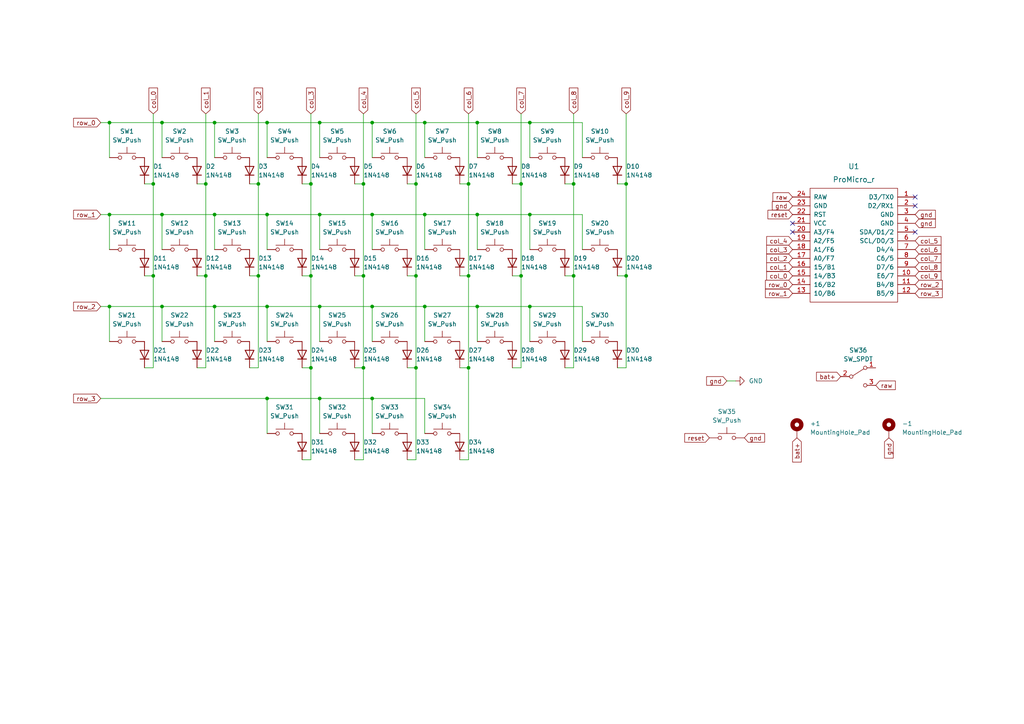
<source format=kicad_sch>
(kicad_sch (version 20250114) (generator "eeschema") (generator_version "9.0")
  (paper "A4")
  (lib_symbols
    (symbol "Diode:1N4148" (pin_numbers (hide yes)) (pin_names (offset 1.016) (hide yes))
      (property "Reference" "D" (at 0 2.54 0))
      (property "Value" "1N4148" (at 0 -2.54 0))
      (symbol "1N4148_0_1"
        (polyline (pts (xy -1.27 1.27) (xy -1.27 -1.27)) (stroke (width 0.254)))
        (polyline (pts (xy 1.27 1.27) (xy 1.27 -1.27) (xy -1.27 0) (xy 1.27 1.27)) (stroke (width 0.254)))
        (polyline (pts (xy 1.27 0) (xy -1.27 0)))
      )
      (symbol "1N4148_1_1"
        (pin passive line (at -3.81 0 0) (length 2.54) (name "K") (number "1"))
        (pin passive line (at 3.81 0 180) (length 2.54) (name "A") (number "2"))
      )
    )
    (symbol "Mechanical:MountingHole_Pad" (pin_numbers (hide yes)) (pin_names (offset 1.016) (hide yes))
      (property "Reference" "H" (at 0 6.35 0))
      (property "Value" "MountingHole_Pad" (at 0 4.445 0))
      (symbol "MountingHole_Pad_0_1"
        (circle (center 0 1.27) (radius 1.27) (stroke (width 1.27)))
      )
      (symbol "MountingHole_Pad_1_1"
        (pin input line (at 0 -2.54 90) (length 2.54) (name "1") (number "1"))
      )
    )
    (symbol "Switch:SW_Push" (pin_numbers (hide yes)) (pin_names (offset 1.016) (hide yes))
      (property "Reference" "SW" (at 1.27 2.54 0))
      (property "Value" "SW_Push" (at 0 -1.524 0))
      (symbol "SW_Push_0_1"
        (circle (center -2.032 0) (radius 0.508))
        (polyline (pts (xy 0 1.27) (xy 0 3.048)))
        (circle (center 2.032 0) (radius 0.508))
        (polyline (pts (xy 2.54 1.27) (xy -2.54 1.27)))
        (pin passive line (at -5.08 0 0) (length 2.54) (name "1") (number "1"))
        (pin passive line (at 5.08 0 180) (length 2.54) (name "2") (number "2"))
      )
    )
    (symbol "Switch:SW_SPDT" (pin_names (offset 0) (hide yes))
      (property "Reference" "SW" (at 0 4.318 0))
      (property "Value" "SW_SPDT" (at 0 -5.08 0))
      (symbol "SW_SPDT_0_0"
        (circle (center -2.032 0) (radius 0.508))
        (circle (center 2.032 -2.54) (radius 0.508))
      )
      (symbol "SW_SPDT_0_1"
        (polyline (pts (xy -1.524 0.254) (xy 1.651 2.286)))
        (circle (center 2.032 2.54) (radius 0.508))
      )
      (symbol "SW_SPDT_1_1"
        (pin passive line (at -5.08 0 0) (length 2.54) (name "B") (number "2"))
        (pin passive line (at 5.08 2.54 180) (length 2.54) (name "A") (number "1"))
        (pin passive line (at 5.08 -2.54 180) (length 2.54) (name "C") (number "3"))
      )
    )
    (symbol "kbd:ProMicro_r" (pin_names (offset 1.016))
      (property "Reference" "U" (at 1.27 22.86 0))
      (property "Value" "ProMicro_r" (at 1.27 -15.24 0))
      (symbol "ProMicro_r_0_1"
        (rectangle (start 13.97 20.32) (end -11.43 -12.7))
      )
      (symbol "ProMicro_r_1_1"
        (pin power_out line (at -16.51 17.78 0) (length 5.08) (name "RAW") (number "24"))
        (pin power_in line (at -16.51 15.24 0) (length 5.08) (name "GND") (number "23"))
        (pin input line (at -16.51 12.7 0) (length 5.08) (name "RST") (number "22"))
        (pin power_in line (at -16.51 10.16 0) (length 5.08) (name "VCC") (number "21"))
        (pin bidirectional line (at -16.51 7.62 0) (length 5.08) (name "A3/F4") (number "20"))
        (pin bidirectional line (at -16.51 5.08 0) (length 5.08) (name "A2/F5") (number "19"))
        (pin bidirectional line (at -16.51 2.54 0) (length 5.08) (name "A1/F6") (number "18"))
        (pin bidirectional line (at -16.51 0 0) (length 5.08) (name "A0/F7") (number "17"))
        (pin bidirectional line (at -16.51 -2.54 0) (length 5.08) (name "15/B1") (number "16"))
        (pin bidirectional line (at -16.51 -5.08 0) (length 5.08) (name "14/B3") (number "15"))
        (pin bidirectional line (at -16.51 -7.62 0) (length 5.08) (name "16/B2") (number "14"))
        (pin bidirectional line (at -16.51 -10.16 0) (length 5.08) (name "10/B6") (number "13"))
        (pin bidirectional line (at 19.05 17.78 180) (length 5.08) (name "D3/TX0") (number "1"))
        (pin bidirectional line (at 19.05 15.24 180) (length 5.08) (name "D2/RX1") (number "2"))
        (pin power_in line (at 19.05 12.7 180) (length 5.08) (name "GND") (number "3"))
        (pin power_in line (at 19.05 10.16 180) (length 5.08) (name "GND") (number "4"))
        (pin bidirectional line (at 19.05 7.62 180) (length 5.08) (name "SDA/D1/2") (number "5"))
        (pin bidirectional line (at 19.05 5.08 180) (length 5.08) (name "SCL/D0/3") (number "6"))
        (pin bidirectional line (at 19.05 2.54 180) (length 5.08) (name "D4/4") (number "7"))
        (pin bidirectional line (at 19.05 0 180) (length 5.08) (name "C6/5") (number "8"))
        (pin bidirectional line (at 19.05 -2.54 180) (length 5.08) (name "D7/6") (number "9"))
        (pin bidirectional line (at 19.05 -5.08 180) (length 5.08) (name "E6/7") (number "10"))
        (pin bidirectional line (at 19.05 -7.62 180) (length 5.08) (name "B4/8") (number "11"))
        (pin bidirectional line (at 19.05 -10.16 180) (length 5.08) (name "B5/9") (number "12"))
      )
    )
    (symbol "power:GND" (power) (pin_names (offset 0))
      (property "Value" "GND" (at 0 -3.81 0))
      (symbol "GND_0_1"
        (polyline (pts (xy 0 0) (xy 0 -1.27) (xy 1.27 -1.27) (xy 0 -2.54) (xy -1.27 -1.27) (xy 0 -1.27)))
      )
      (symbol "GND_1_1"
        (pin power_in line (at 0 0 270) (length 0) (hide yes) (name "GND") (number "1"))
      )
    )
  )
  (junction (at 46.99 62.23))
  (junction (at 62.23 35.56))
  (junction (at 135.89 80.01))
  (junction (at 166.37 53.34))
  (junction (at 138.43 35.56))
  (junction (at 123.19 62.23))
  (junction (at 77.47 62.23))
  (junction (at 153.67 62.23))
  (junction (at 46.99 35.56))
  (junction (at 120.65 80.01))
  (junction (at 138.43 62.23))
  (junction (at 31.75 88.9))
  (junction (at 44.45 80.01))
  (junction (at 107.95 35.56))
  (junction (at 107.95 115.57))
  (junction (at 90.17 53.34))
  (junction (at 105.41 106.68))
  (junction (at 44.45 53.34))
  (junction (at 62.23 62.23))
  (junction (at 181.61 80.01))
  (junction (at 46.99 88.9))
  (junction (at 151.13 80.01))
  (junction (at 135.89 53.34))
  (junction (at 123.19 88.9))
  (junction (at 138.43 88.9))
  (junction (at 59.69 80.01))
  (junction (at 90.17 106.68))
  (junction (at 74.93 80.01))
  (junction (at 77.47 115.57))
  (junction (at 181.61 53.34))
  (junction (at 107.95 88.9))
  (junction (at 31.75 35.56))
  (junction (at 92.71 62.23))
  (junction (at 77.47 88.9))
  (junction (at 153.67 88.9))
  (junction (at 92.71 35.56))
  (junction (at 77.47 35.56))
  (junction (at 120.65 106.68))
  (junction (at 92.71 115.57))
  (junction (at 62.23 88.9))
  (junction (at 120.65 53.34))
  (junction (at 31.75 62.23))
  (junction (at 107.95 62.23))
  (junction (at 92.71 88.9))
  (junction (at 105.41 53.34))
  (junction (at 105.41 80.01))
  (junction (at 123.19 35.56))
  (junction (at 135.89 106.68))
  (junction (at 90.17 80.01))
  (junction (at 74.93 53.34))
  (junction (at 153.67 35.56))
  (junction (at 151.13 53.34))
  (junction (at 59.69 53.34))
  (junction (at 166.37 80.01))
  (no_connect (at 229.87 64.77))
  (no_connect (at 229.87 67.31))
  (no_connect (at 265.43 57.15))
  (no_connect (at 265.43 59.69))
  (no_connect (at 265.43 67.31))
  (wire (pts (xy 90.17 53.34) (xy 87.63 53.34)))
  (wire (pts (xy 90.17 80.01) (xy 90.17 53.34)))
  (wire (pts (xy 163.83 53.34) (xy 166.37 53.34)))
  (wire (pts (xy 166.37 53.34) (xy 166.37 80.01)))
  (wire (pts (xy 166.37 80.01) (xy 163.83 80.01)))
  (wire (pts (xy 105.41 80.01) (xy 105.41 106.68)))
  (wire (pts (xy 105.41 106.68) (xy 102.87 106.68)))
  (wire (pts (xy 153.67 62.23) (xy 168.91 62.23)))
  (wire (pts (xy 168.91 62.23) (xy 168.91 72.39)))
  (wire (pts (xy 138.43 35.56) (xy 153.67 35.56)))
  (wire (pts (xy 153.67 35.56) (xy 153.67 45.72)))
  (wire (pts (xy 166.37 80.01) (xy 166.37 106.68)))
  (wire (pts (xy 166.37 106.68) (xy 163.83 106.68)))
  (wire (pts (xy 77.47 35.56) (xy 92.71 35.56)))
  (wire (pts (xy 92.71 35.56) (xy 92.71 45.72)))
  (wire (pts (xy 120.65 80.01) (xy 118.11 80.01)))
  (wire (pts (xy 120.65 106.68) (xy 120.65 80.01)))
  (wire (pts (xy 44.45 33.02) (xy 44.45 53.34)))
  (wire (pts (xy 31.75 62.23) (xy 46.99 62.23)))
  (wire (pts (xy 31.75 72.39) (xy 31.75 62.23)))
  (wire (pts (xy 46.99 62.23) (xy 46.99 72.39)))
  (wire (pts (xy 138.43 88.9) (xy 153.67 88.9)))
  (wire (pts (xy 153.67 88.9) (xy 153.67 99.06)))
  (wire (pts (xy 105.41 33.02) (xy 105.41 53.34)))
  (wire (pts (xy 59.69 80.01) (xy 59.69 106.68)))
  (wire (pts (xy 59.69 106.68) (xy 57.15 106.68)))
  (wire (pts (xy 92.71 35.56) (xy 107.95 35.56)))
  (wire (pts (xy 107.95 35.56) (xy 107.95 45.72)))
  (wire (pts (xy 72.39 106.68) (xy 74.93 106.68)))
  (wire (pts (xy 74.93 80.01) (xy 72.39 80.01)))
  (wire (pts (xy 74.93 106.68) (xy 74.93 80.01)))
  (wire (pts (xy 120.65 53.34) (xy 118.11 53.34)))
  (wire (pts (xy 120.65 80.01) (xy 120.65 53.34)))
  (wire (pts (xy 90.17 33.02) (xy 90.17 53.34)))
  (wire (pts (xy 46.99 35.56) (xy 62.23 35.56)))
  (wire (pts (xy 62.23 35.56) (xy 62.23 45.72)))
  (wire (pts (xy 87.63 133.35) (xy 90.17 133.35)))
  (wire (pts (xy 90.17 106.68) (xy 87.63 106.68)))
  (wire (pts (xy 90.17 133.35) (xy 90.17 106.68)))
  (wire (pts (xy 31.75 35.56) (xy 46.99 35.56)))
  (wire (pts (xy 31.75 45.72) (xy 31.75 35.56)))
  (wire (pts (xy 46.99 35.56) (xy 46.99 45.72)))
  (wire (pts (xy 41.91 106.68) (xy 44.45 106.68)))
  (wire (pts (xy 44.45 80.01) (xy 41.91 80.01)))
  (wire (pts (xy 44.45 106.68) (xy 44.45 80.01)))
  (wire (pts (xy 151.13 33.02) (xy 151.13 53.34)))
  (wire (pts (xy 92.71 115.57) (xy 107.95 115.57)))
  (wire (pts (xy 107.95 115.57) (xy 107.95 125.73)))
  (wire (pts (xy 102.87 53.34) (xy 105.41 53.34)))
  (wire (pts (xy 105.41 53.34) (xy 105.41 80.01)))
  (wire (pts (xy 105.41 80.01) (xy 102.87 80.01)))
  (wire (pts (xy 123.19 62.23) (xy 138.43 62.23)))
  (wire (pts (xy 138.43 62.23) (xy 138.43 72.39)))
  (wire (pts (xy 29.21 62.23) (xy 31.75 62.23)))
  (wire (pts (xy 90.17 80.01) (xy 87.63 80.01)))
  (wire (pts (xy 90.17 106.68) (xy 90.17 80.01)))
  (wire (pts (xy 118.11 133.35) (xy 120.65 133.35)))
  (wire (pts (xy 120.65 106.68) (xy 118.11 106.68)))
  (wire (pts (xy 120.65 133.35) (xy 120.65 106.68)))
  (wire (pts (xy 46.99 88.9) (xy 62.23 88.9)))
  (wire (pts (xy 62.23 88.9) (xy 62.23 99.06)))
  (wire (pts (xy 210.82 110.49) (xy 213.36 110.49)))
  (wire (pts (xy 148.59 53.34) (xy 151.13 53.34)))
  (wire (pts (xy 151.13 53.34) (xy 151.13 80.01)))
  (wire (pts (xy 151.13 80.01) (xy 148.59 80.01)))
  (wire (pts (xy 77.47 88.9) (xy 92.71 88.9)))
  (wire (pts (xy 92.71 88.9) (xy 92.71 99.06)))
  (wire (pts (xy 46.99 62.23) (xy 62.23 62.23)))
  (wire (pts (xy 62.23 62.23) (xy 62.23 72.39)))
  (wire (pts (xy 123.19 88.9) (xy 138.43 88.9)))
  (wire (pts (xy 138.43 88.9) (xy 138.43 99.06)))
  (wire (pts (xy 105.41 106.68) (xy 105.41 133.35)))
  (wire (pts (xy 105.41 133.35) (xy 102.87 133.35)))
  (wire (pts (xy 62.23 88.9) (xy 77.47 88.9)))
  (wire (pts (xy 77.47 88.9) (xy 77.47 99.06)))
  (wire (pts (xy 133.35 53.34) (xy 135.89 53.34)))
  (wire (pts (xy 135.89 53.34) (xy 135.89 80.01)))
  (wire (pts (xy 135.89 80.01) (xy 133.35 80.01)))
  (wire (pts (xy 29.21 115.57) (xy 77.47 115.57)))
  (wire (pts (xy 123.19 35.56) (xy 138.43 35.56)))
  (wire (pts (xy 138.43 35.56) (xy 138.43 45.72)))
  (wire (pts (xy 29.21 88.9) (xy 31.75 88.9)))
  (wire (pts (xy 74.93 53.34) (xy 72.39 53.34)))
  (wire (pts (xy 74.93 80.01) (xy 74.93 53.34)))
  (wire (pts (xy 120.65 33.02) (xy 120.65 53.34)))
  (wire (pts (xy 153.67 35.56) (xy 168.91 35.56)))
  (wire (pts (xy 168.91 35.56) (xy 168.91 45.72)))
  (wire (pts (xy 135.89 80.01) (xy 135.89 106.68)))
  (wire (pts (xy 135.89 106.68) (xy 133.35 106.68)))
  (wire (pts (xy 29.21 35.56) (xy 31.75 35.56)))
  (wire (pts (xy 107.95 62.23) (xy 123.19 62.23)))
  (wire (pts (xy 123.19 62.23) (xy 123.19 72.39)))
  (wire (pts (xy 92.71 62.23) (xy 107.95 62.23)))
  (wire (pts (xy 107.95 62.23) (xy 107.95 72.39)))
  (wire (pts (xy 107.95 115.57) (xy 123.19 115.57)))
  (wire (pts (xy 123.19 115.57) (xy 123.19 125.73)))
  (wire (pts (xy 107.95 35.56) (xy 123.19 35.56)))
  (wire (pts (xy 123.19 35.56) (xy 123.19 45.72)))
  (wire (pts (xy 181.61 33.02) (xy 181.61 53.34)))
  (wire (pts (xy 135.89 33.02) (xy 135.89 53.34)))
  (wire (pts (xy 181.61 80.01) (xy 181.61 106.68)))
  (wire (pts (xy 181.61 106.68) (xy 179.07 106.68)))
  (wire (pts (xy 31.75 88.9) (xy 46.99 88.9)))
  (wire (pts (xy 31.75 99.06) (xy 31.75 88.9)))
  (wire (pts (xy 46.99 88.9) (xy 46.99 99.06)))
  (wire (pts (xy 179.07 53.34) (xy 181.61 53.34)))
  (wire (pts (xy 181.61 53.34) (xy 181.61 80.01)))
  (wire (pts (xy 181.61 80.01) (xy 179.07 80.01)))
  (wire (pts (xy 59.69 33.02) (xy 59.69 53.34)))
  (wire (pts (xy 44.45 53.34) (xy 41.91 53.34)))
  (wire (pts (xy 44.45 80.01) (xy 44.45 53.34)))
  (wire (pts (xy 92.71 88.9) (xy 107.95 88.9)))
  (wire (pts (xy 107.95 88.9) (xy 107.95 99.06)))
  (wire (pts (xy 57.15 53.34) (xy 59.69 53.34)))
  (wire (pts (xy 59.69 53.34) (xy 59.69 80.01)))
  (wire (pts (xy 59.69 80.01) (xy 57.15 80.01)))
  (wire (pts (xy 62.23 62.23) (xy 77.47 62.23)))
  (wire (pts (xy 77.47 62.23) (xy 77.47 72.39)))
  (wire (pts (xy 62.23 35.56) (xy 77.47 35.56)))
  (wire (pts (xy 77.47 35.56) (xy 77.47 45.72)))
  (wire (pts (xy 77.47 62.23) (xy 92.71 62.23)))
  (wire (pts (xy 92.71 62.23) (xy 92.71 72.39)))
  (wire (pts (xy 107.95 88.9) (xy 123.19 88.9)))
  (wire (pts (xy 123.19 88.9) (xy 123.19 99.06)))
  (wire (pts (xy 153.67 88.9) (xy 168.91 88.9)))
  (wire (pts (xy 168.91 88.9) (xy 168.91 99.06)))
  (wire (pts (xy 135.89 106.68) (xy 135.89 133.35)))
  (wire (pts (xy 135.89 133.35) (xy 133.35 133.35)))
  (wire (pts (xy 138.43 62.23) (xy 153.67 62.23)))
  (wire (pts (xy 153.67 62.23) (xy 153.67 72.39)))
  (wire (pts (xy 151.13 80.01) (xy 151.13 106.68)))
  (wire (pts (xy 151.13 106.68) (xy 148.59 106.68)))
  (wire (pts (xy 77.47 115.57) (xy 92.71 115.57)))
  (wire (pts (xy 77.47 125.73) (xy 77.47 115.57)))
  (wire (pts (xy 92.71 115.57) (xy 92.71 125.73)))
  (wire (pts (xy 166.37 33.02) (xy 166.37 53.34)))
  (wire (pts (xy 74.93 33.02) (xy 74.93 53.34)))
  (global_label "col_2" (shape input) (at 74.93 33.02 90) (property "Intersheetrefs" "${INTERSHEET_REFS}" (effects (hide yes))))
  (global_label "gnd" (shape input) (at 210.82 110.49 180) (property "Intersheetrefs" "${INTERSHEET_REFS}" (effects (hide yes))))
  (global_label "bat+" (shape input) (at 231.14 127 270) (property "Intersheetrefs" "${INTERSHEET_REFS}" (effects (hide yes))))
  (global_label "gnd" (shape input) (at 229.87 59.69 180) (property "Intersheetrefs" "${INTERSHEET_REFS}" (effects (hide yes))))
  (global_label "row_2" (shape input) (at 265.43 82.55 0) (property "Intersheetrefs" "${INTERSHEET_REFS}" (effects (hide yes))))
  (global_label "col_9" (shape input) (at 265.43 80.01 0) (property "Intersheetrefs" "${INTERSHEET_REFS}" (effects (hide yes))))
  (global_label "col_5" (shape input) (at 120.65 33.02 90) (property "Intersheetrefs" "${INTERSHEET_REFS}" (effects (hide yes))))
  (global_label "col_3" (shape input) (at 90.17 33.02 90) (property "Intersheetrefs" "${INTERSHEET_REFS}" (effects (hide yes))))
  (global_label "col_1" (shape input) (at 59.69 33.02 90) (property "Intersheetrefs" "${INTERSHEET_REFS}" (effects (hide yes))))
  (global_label "col_8" (shape input) (at 166.37 33.02 90) (property "Intersheetrefs" "${INTERSHEET_REFS}" (effects (hide yes))))
  (global_label "bat+" (shape input) (at 243.84 109.22 180) (property "Intersheetrefs" "${INTERSHEET_REFS}" (effects (hide yes))))
  (global_label "col_7" (shape input) (at 151.13 33.02 90) (property "Intersheetrefs" "${INTERSHEET_REFS}" (effects (hide yes))))
  (global_label "row_0" (shape input) (at 229.87 82.55 180) (property "Intersheetrefs" "${INTERSHEET_REFS}" (effects (hide yes))))
  (global_label "gnd" (shape input) (at 265.43 64.77 0) (property "Intersheetrefs" "${INTERSHEET_REFS}" (effects (hide yes))))
  (global_label "gnd" (shape input) (at 257.81 127 270) (property "Intersheetrefs" "${INTERSHEET_REFS}" (effects (hide yes))))
  (global_label "col_0" (shape input) (at 229.87 80.01 180) (property "Intersheetrefs" "${INTERSHEET_REFS}" (effects (hide yes))))
  (global_label "reset" (shape input) (at 205.74 127 180) (property "Intersheetrefs" "${INTERSHEET_REFS}" (effects (hide yes))))
  (global_label "row_3" (shape input) (at 265.43 85.09 0) (property "Intersheetrefs" "${INTERSHEET_REFS}" (effects (hide yes))))
  (global_label "col_0" (shape input) (at 44.45 33.02 90) (property "Intersheetrefs" "${INTERSHEET_REFS}" (effects (hide yes))))
  (global_label "raw" (shape input) (at 254 111.76 0) (property "Intersheetrefs" "${INTERSHEET_REFS}" (effects (hide yes))))
  (global_label "col_7" (shape input) (at 265.43 74.93 0) (property "Intersheetrefs" "${INTERSHEET_REFS}" (effects (hide yes))))
  (global_label "col_2" (shape input) (at 229.87 74.93 180) (property "Intersheetrefs" "${INTERSHEET_REFS}" (effects (hide yes))))
  (global_label "col_4" (shape input) (at 105.41 33.02 90) (property "Intersheetrefs" "${INTERSHEET_REFS}" (effects (hide yes))))
  (global_label "raw" (shape input) (at 229.87 57.15 180) (property "Intersheetrefs" "${INTERSHEET_REFS}" (effects (hide yes))))
  (global_label "row_0" (shape input) (at 29.21 35.56 180) (property "Intersheetrefs" "${INTERSHEET_REFS}" (effects (hide yes))))
  (global_label "gnd" (shape input) (at 265.43 62.23 0) (property "Intersheetrefs" "${INTERSHEET_REFS}" (effects (hide yes))))
  (global_label "row_1" (shape input) (at 229.87 85.09 180) (property "Intersheetrefs" "${INTERSHEET_REFS}" (effects (hide yes))))
  (global_label "col_4" (shape input) (at 229.87 69.85 180) (property "Intersheetrefs" "${INTERSHEET_REFS}" (effects (hide yes))))
  (global_label "col_9" (shape input) (at 181.61 33.02 90) (property "Intersheetrefs" "${INTERSHEET_REFS}" (effects (hide yes))))
  (global_label "col_6" (shape input) (at 265.43 72.39 0) (property "Intersheetrefs" "${INTERSHEET_REFS}" (effects (hide yes))))
  (global_label "col_8" (shape input) (at 265.43 77.47 0) (property "Intersheetrefs" "${INTERSHEET_REFS}" (effects (hide yes))))
  (global_label "row_2" (shape input) (at 29.21 88.9 180) (property "Intersheetrefs" "${INTERSHEET_REFS}" (effects (hide yes))))
  (global_label "col_5" (shape input) (at 265.43 69.85 0) (property "Intersheetrefs" "${INTERSHEET_REFS}" (effects (hide yes))))
  (global_label "gnd" (shape input) (at 215.9 127 0) (property "Intersheetrefs" "${INTERSHEET_REFS}" (effects (hide yes))))
  (global_label "row_3" (shape input) (at 29.21 115.57 180) (property "Intersheetrefs" "${INTERSHEET_REFS}" (effects (hide yes))))
  (global_label "reset" (shape input) (at 229.87 62.23 180) (property "Intersheetrefs" "${INTERSHEET_REFS}" (effects (hide yes))))
  (global_label "row_1" (shape input) (at 29.21 62.23 180) (property "Intersheetrefs" "${INTERSHEET_REFS}" (effects (hide yes))))
  (global_label "col_3" (shape input) (at 229.87 72.39 180) (property "Intersheetrefs" "${INTERSHEET_REFS}" (effects (hide yes))))
  (global_label "col_1" (shape input) (at 229.87 77.47 180) (property "Intersheetrefs" "${INTERSHEET_REFS}" (effects (hide yes))))
  (global_label "col_6" (shape input) (at 135.89 33.02 90) (property "Intersheetrefs" "${INTERSHEET_REFS}" (effects (hide yes))))
  (symbol (lib_id "Switch:SW_Push") (at 67.31 99.06 0) (unit 1)
    (property "Reference" "SW23" (at 67.31 91.44 0))
    (property "Value" "SW_Push" (at 67.31 93.98 0))
    (property "Footprint" "footprints:choc-switch-one-sided" (effects (hide yes)))
  )
  (symbol (lib_id "Diode:1N4148") (at 133.35 49.53 90) (unit 1)
    (property "Reference" "D7" (at 135.89 48.2599 90) (effects (justify right)))
    (property "Value" "1N4148" (at 135.89 50.7999 90) (effects (justify right)))
    (property "Footprint" "footprints:smd-diode" (effects (hide yes)))
    (property "Datasheet" "https://assets.nexperia.com/documents/data-sheet/1N4148_1N4448.pdf" (effects (hide yes)))
  )
  (symbol (lib_id "Switch:SW_Push") (at 113.03 72.39 0) (unit 1)
    (property "Reference" "SW16" (at 113.03 64.77 0))
    (property "Value" "SW_Push" (at 113.03 67.31 0))
    (property "Footprint" "footprints:choc-switch-one-sided" (effects (hide yes)))
  )
  (symbol (lib_id "Diode:1N4148") (at 87.63 129.54 90) (unit 1)
    (property "Reference" "D31" (at 90.17 128.2699 90) (effects (justify right)))
    (property "Value" "1N4148" (at 90.17 130.8099 90) (effects (justify right)))
    (property "Footprint" "footprints:smd-diode" (effects (hide yes)))
    (property "Datasheet" "https://assets.nexperia.com/documents/data-sheet/1N4148_1N4448.pdf" (effects (hide yes)))
  )
  (symbol (lib_id "Switch:SW_Push") (at 143.51 45.72 0) (unit 1)
    (property "Reference" "SW8" (at 143.51 38.1 0))
    (property "Value" "SW_Push" (at 143.51 40.64 0))
    (property "Footprint" "footprints:choc-switch-one-sided" (effects (hide yes)))
  )
  (symbol (lib_id "Switch:SW_Push") (at 158.75 72.39 0) (unit 1)
    (property "Reference" "SW19" (at 158.75 64.77 0))
    (property "Value" "SW_Push" (at 158.75 67.31 0))
    (property "Footprint" "footprints:choc-switch-one-sided" (effects (hide yes)))
  )
  (symbol (lib_id "Switch:SW_Push") (at 128.27 125.73 0) (unit 1)
    (property "Reference" "SW34" (at 128.27 118.11 0))
    (property "Value" "SW_Push" (at 128.27 120.65 0))
    (property "Footprint" "footprints:choc-switch-one-sided" (effects (hide yes)))
  )
  (symbol (lib_id "Switch:SW_Push") (at 36.83 45.72 0) (unit 1)
    (property "Reference" "SW1" (at 36.83 38.1 0))
    (property "Value" "SW_Push" (at 36.83 40.64 0))
    (property "Footprint" "footprints:choc-switch-one-sided" (effects (hide yes)))
  )
  (symbol (lib_id "Diode:1N4148") (at 118.11 49.53 90) (unit 1)
    (property "Reference" "D6" (at 120.65 48.2599 90) (effects (justify right)))
    (property "Value" "1N4148" (at 120.65 50.7999 90) (effects (justify right)))
    (property "Footprint" "footprints:smd-diode" (effects (hide yes)))
    (property "Datasheet" "https://assets.nexperia.com/documents/data-sheet/1N4148_1N4448.pdf" (effects (hide yes)))
  )
  (symbol (lib_id "Diode:1N4148") (at 87.63 102.87 90) (unit 1)
    (property "Reference" "D24" (at 90.17 101.5999 90) (effects (justify right)))
    (property "Value" "1N4148" (at 90.17 104.1399 90) (effects (justify right)))
    (property "Footprint" "footprints:smd-diode" (effects (hide yes)))
    (property "Datasheet" "https://assets.nexperia.com/documents/data-sheet/1N4148_1N4448.pdf" (effects (hide yes)))
  )
  (symbol (lib_id "Diode:1N4148") (at 118.11 129.54 90) (unit 1)
    (property "Reference" "D33" (at 120.65 128.2699 90) (effects (justify right)))
    (property "Value" "1N4148" (at 120.65 130.8099 90) (effects (justify right)))
    (property "Footprint" "footprints:smd-diode" (effects (hide yes)))
    (property "Datasheet" "https://assets.nexperia.com/documents/data-sheet/1N4148_1N4448.pdf" (effects (hide yes)))
  )
  (symbol (lib_id "Diode:1N4148") (at 87.63 49.53 90) (unit 1)
    (property "Reference" "D4" (at 90.17 48.2599 90) (effects (justify right)))
    (property "Value" "1N4148" (at 90.17 50.7999 90) (effects (justify right)))
    (property "Footprint" "footprints:smd-diode" (effects (hide yes)))
    (property "Datasheet" "https://assets.nexperia.com/documents/data-sheet/1N4148_1N4448.pdf" (effects (hide yes)))
  )
  (symbol (lib_id "Diode:1N4148") (at 72.39 102.87 90) (unit 1)
    (property "Reference" "D23" (at 74.93 101.5999 90) (effects (justify right)))
    (property "Value" "1N4148" (at 74.93 104.1399 90) (effects (justify right)))
    (property "Footprint" "footprints:smd-diode" (effects (hide yes)))
    (property "Datasheet" "https://assets.nexperia.com/documents/data-sheet/1N4148_1N4448.pdf" (effects (hide yes)))
  )
  (symbol (lib_id "Diode:1N4148") (at 72.39 76.2 90) (unit 1)
    (property "Reference" "D13" (at 74.93 74.9299 90) (effects (justify right)))
    (property "Value" "1N4148" (at 74.93 77.4699 90) (effects (justify right)))
    (property "Footprint" "footprints:smd-diode" (effects (hide yes)))
    (property "Datasheet" "https://assets.nexperia.com/documents/data-sheet/1N4148_1N4448.pdf" (effects (hide yes)))
  )
  (symbol (lib_id "Diode:1N4148") (at 148.59 49.53 90) (unit 1)
    (property "Reference" "D8" (at 151.13 48.2599 90) (effects (justify right)))
    (property "Value" "1N4148" (at 151.13 50.7999 90) (effects (justify right)))
    (property "Footprint" "footprints:smd-diode" (effects (hide yes)))
    (property "Datasheet" "https://assets.nexperia.com/documents/data-sheet/1N4148_1N4448.pdf" (effects (hide yes)))
  )
  (symbol (lib_id "Switch:SW_Push") (at 128.27 99.06 0) (unit 1)
    (property "Reference" "SW27" (at 128.27 91.44 0))
    (property "Value" "SW_Push" (at 128.27 93.98 0))
    (property "Footprint" "footprints:choc-switch-one-sided" (effects (hide yes)))
  )
  (symbol (lib_id "Diode:1N4148") (at 57.15 76.2 90) (unit 1)
    (property "Reference" "D12" (at 59.69 74.9299 90) (effects (justify right)))
    (property "Value" "1N4148" (at 59.69 77.4699 90) (effects (justify right)))
    (property "Footprint" "footprints:smd-diode" (effects (hide yes)))
    (property "Datasheet" "https://assets.nexperia.com/documents/data-sheet/1N4148_1N4448.pdf" (effects (hide yes)))
  )
  (symbol (lib_id "Diode:1N4148") (at 102.87 49.53 90) (unit 1)
    (property "Reference" "D5" (at 105.41 48.2599 90) (effects (justify right)))
    (property "Value" "1N4148" (at 105.41 50.7999 90) (effects (justify right)))
    (property "Footprint" "footprints:smd-diode" (effects (hide yes)))
    (property "Datasheet" "https://assets.nexperia.com/documents/data-sheet/1N4148_1N4448.pdf" (effects (hide yes)))
  )
  (symbol (lib_id "Switch:SW_Push") (at 113.03 45.72 0) (unit 1)
    (property "Reference" "SW6" (at 113.03 38.1 0))
    (property "Value" "SW_Push" (at 113.03 40.64 0))
    (property "Footprint" "footprints:choc-switch-one-sided" (effects (hide yes)))
  )
  (symbol (lib_id "Switch:SW_Push") (at 36.83 72.39 0) (unit 1)
    (property "Reference" "SW11" (at 36.83 64.77 0))
    (property "Value" "SW_Push" (at 36.83 67.31 0))
    (property "Footprint" "footprints:choc-switch-one-sided" (effects (hide yes)))
  )
  (symbol (lib_id "Switch:SW_Push") (at 143.51 99.06 0) (unit 1)
    (property "Reference" "SW28" (at 143.51 91.44 0))
    (property "Value" "SW_Push" (at 143.51 93.98 0))
    (property "Footprint" "footprints:choc-switch-one-sided" (effects (hide yes)))
  )
  (symbol (lib_id "Switch:SW_Push") (at 82.55 72.39 0) (unit 1)
    (property "Reference" "SW14" (at 82.55 64.77 0))
    (property "Value" "SW_Push" (at 82.55 67.31 0))
    (property "Footprint" "footprints:choc-switch-one-sided" (effects (hide yes)))
  )
  (symbol (lib_id "Diode:1N4148") (at 41.91 76.2 90) (unit 1)
    (property "Reference" "D11" (at 44.45 74.9299 90) (effects (justify right)))
    (property "Value" "1N4148" (at 44.45 77.4699 90) (effects (justify right)))
    (property "Footprint" "footprints:smd-diode" (effects (hide yes)))
    (property "Datasheet" "https://assets.nexperia.com/documents/data-sheet/1N4148_1N4448.pdf" (effects (hide yes)))
  )
  (symbol (lib_id "Switch:SW_Push") (at 52.07 45.72 0) (unit 1)
    (property "Reference" "SW2" (at 52.07 38.1 0))
    (property "Value" "SW_Push" (at 52.07 40.64 0))
    (property "Footprint" "footprints:choc-switch-one-sided" (effects (hide yes)))
  )
  (symbol (lib_id "Switch:SW_Push") (at 173.99 72.39 0) (unit 1)
    (property "Reference" "SW20" (at 173.99 64.77 0))
    (property "Value" "SW_Push" (at 173.99 67.31 0))
    (property "Footprint" "footprints:choc-switch-one-sided" (effects (hide yes)))
  )
  (symbol (lib_id "Mechanical:MountingHole_Pad") (at 257.81 124.46 0) (unit 1)
    (property "Reference" "-1" (at 261.62 122.8724 0) (effects (justify left)))
    (property "Value" "MountingHole_Pad" (at 261.62 125.4124 0) (effects (justify left)))
    (property "Footprint" "footprints:single-pin" (effects (hide yes)))
  )
  (symbol (lib_id "Switch:SW_Push") (at 97.79 125.73 0) (unit 1)
    (property "Reference" "SW32" (at 97.79 118.11 0))
    (property "Value" "SW_Push" (at 97.79 120.65 0))
    (property "Footprint" "footprints:choc-switch-one-sided" (effects (hide yes)))
  )
  (symbol (lib_id "Diode:1N4148") (at 118.11 102.87 90) (unit 1)
    (property "Reference" "D26" (at 120.65 101.5999 90) (effects (justify right)))
    (property "Value" "1N4148" (at 120.65 104.1399 90) (effects (justify right)))
    (property "Footprint" "footprints:smd-diode" (effects (hide yes)))
    (property "Datasheet" "https://assets.nexperia.com/documents/data-sheet/1N4148_1N4448.pdf" (effects (hide yes)))
  )
  (symbol (lib_id "Diode:1N4148") (at 163.83 102.87 90) (unit 1)
    (property "Reference" "D29" (at 166.37 101.5999 90) (effects (justify right)))
    (property "Value" "1N4148" (at 166.37 104.1399 90) (effects (justify right)))
    (property "Footprint" "footprints:smd-diode" (effects (hide yes)))
    (property "Datasheet" "https://assets.nexperia.com/documents/data-sheet/1N4148_1N4448.pdf" (effects (hide yes)))
  )
  (symbol (lib_id "Switch:SW_Push") (at 67.31 72.39 0) (unit 1)
    (property "Reference" "SW13" (at 67.31 64.77 0))
    (property "Value" "SW_Push" (at 67.31 67.31 0))
    (property "Footprint" "footprints:choc-switch-one-sided" (effects (hide yes)))
  )
  (symbol (lib_id "Switch:SW_Push") (at 82.55 45.72 0) (unit 1)
    (property "Reference" "SW4" (at 82.55 38.1 0))
    (property "Value" "SW_Push" (at 82.55 40.64 0))
    (property "Footprint" "footprints:choc-switch-one-sided" (effects (hide yes)))
  )
  (symbol (lib_id "Switch:SW_Push") (at 173.99 45.72 0) (unit 1)
    (property "Reference" "SW10" (at 173.99 38.1 0))
    (property "Value" "SW_Push" (at 173.99 40.64 0))
    (property "Footprint" "footprints:choc-switch-one-sided" (effects (hide yes)))
  )
  (symbol (lib_id "Switch:SW_Push") (at 158.75 99.06 0) (unit 1)
    (property "Reference" "SW29" (at 158.75 91.44 0))
    (property "Value" "SW_Push" (at 158.75 93.98 0))
    (property "Footprint" "footprints:choc-switch-one-sided" (effects (hide yes)))
  )
  (symbol (lib_id "Diode:1N4148") (at 72.39 49.53 90) (unit 1)
    (property "Reference" "D3" (at 74.93 48.2599 90) (effects (justify right)))
    (property "Value" "1N4148" (at 74.93 50.7999 90) (effects (justify right)))
    (property "Footprint" "footprints:smd-diode" (effects (hide yes)))
    (property "Datasheet" "https://assets.nexperia.com/documents/data-sheet/1N4148_1N4448.pdf" (effects (hide yes)))
  )
  (symbol (lib_id "Diode:1N4148") (at 57.15 102.87 90) (unit 1)
    (property "Reference" "D22" (at 59.69 101.5999 90) (effects (justify right)))
    (property "Value" "1N4148" (at 59.69 104.1399 90) (effects (justify right)))
    (property "Footprint" "footprints:smd-diode" (effects (hide yes)))
    (property "Datasheet" "https://assets.nexperia.com/documents/data-sheet/1N4148_1N4448.pdf" (effects (hide yes)))
  )
  (symbol (lib_id "Switch:SW_Push") (at 173.99 99.06 0) (unit 1)
    (property "Reference" "SW30" (at 173.99 91.44 0))
    (property "Value" "SW_Push" (at 173.99 93.98 0))
    (property "Footprint" "footprints:choc-switch-one-sided" (effects (hide yes)))
  )
  (symbol (lib_id "Switch:SW_Push") (at 97.79 72.39 0) (unit 1)
    (property "Reference" "SW15" (at 97.79 64.77 0))
    (property "Value" "SW_Push" (at 97.79 67.31 0))
    (property "Footprint" "footprints:choc-switch-one-sided" (effects (hide yes)))
  )
  (symbol (lib_id "Switch:SW_Push") (at 113.03 125.73 0) (unit 1)
    (property "Reference" "SW33" (at 113.03 118.11 0))
    (property "Value" "SW_Push" (at 113.03 120.65 0))
    (property "Footprint" "footprints:choc-switch-one-sided" (effects (hide yes)))
  )
  (symbol (lib_id "kbd:ProMicro_r") (at 246.38 74.93 0) (unit 1)
    (property "Reference" "U1" (at 247.65 48.26 0) (effects (font (size 1.524 1.524))))
    (property "Value" "ProMicro_r" (at 247.65 52.07 0) (effects (font (size 1.524 1.524))))
    (property "Footprint" "footprints:pro-micro" (effects (hide yes)))
  )
  (symbol (lib_id "Diode:1N4148") (at 133.35 129.54 90) (unit 1)
    (property "Reference" "D34" (at 135.89 128.2699 90) (effects (justify right)))
    (property "Value" "1N4148" (at 135.89 130.8099 90) (effects (justify right)))
    (property "Footprint" "footprints:smd-diode" (effects (hide yes)))
    (property "Datasheet" "https://assets.nexperia.com/documents/data-sheet/1N4148_1N4448.pdf" (effects (hide yes)))
  )
  (symbol (lib_id "Switch:SW_Push") (at 82.55 125.73 0) (unit 1)
    (property "Reference" "SW31" (at 82.55 118.11 0))
    (property "Value" "SW_Push" (at 82.55 120.65 0))
    (property "Footprint" "footprints:choc-switch-one-sided" (effects (hide yes)))
  )
  (symbol (lib_id "Switch:SW_Push") (at 128.27 72.39 0) (unit 1)
    (property "Reference" "SW17" (at 128.27 64.77 0))
    (property "Value" "SW_Push" (at 128.27 67.31 0))
    (property "Footprint" "footprints:choc-switch-one-sided" (effects (hide yes)))
  )
  (symbol (lib_id "Diode:1N4148") (at 102.87 76.2 90) (unit 1)
    (property "Reference" "D15" (at 105.41 74.9299 90) (effects (justify right)))
    (property "Value" "1N4148" (at 105.41 77.4699 90) (effects (justify right)))
    (property "Footprint" "footprints:smd-diode" (effects (hide yes)))
    (property "Datasheet" "https://assets.nexperia.com/documents/data-sheet/1N4148_1N4448.pdf" (effects (hide yes)))
  )
  (symbol (lib_id "Diode:1N4148") (at 41.91 102.87 90) (unit 1)
    (property "Reference" "D21" (at 44.45 101.5999 90) (effects (justify right)))
    (property "Value" "1N4148" (at 44.45 104.1399 90) (effects (justify right)))
    (property "Footprint" "footprints:smd-diode" (effects (hide yes)))
    (property "Datasheet" "https://assets.nexperia.com/documents/data-sheet/1N4148_1N4448.pdf" (effects (hide yes)))
  )
  (symbol (lib_id "Switch:SW_Push") (at 97.79 99.06 0) (unit 1)
    (property "Reference" "SW25" (at 97.79 91.44 0))
    (property "Value" "SW_Push" (at 97.79 93.98 0))
    (property "Footprint" "footprints:choc-switch-one-sided" (effects (hide yes)))
  )
  (symbol (lib_id "Switch:SW_Push") (at 113.03 99.06 0) (unit 1)
    (property "Reference" "SW26" (at 113.03 91.44 0))
    (property "Value" "SW_Push" (at 113.03 93.98 0))
    (property "Footprint" "footprints:choc-switch-one-sided" (effects (hide yes)))
  )
  (symbol (lib_id "Diode:1N4148") (at 118.11 76.2 90) (unit 1)
    (property "Reference" "D16" (at 120.65 74.9299 90) (effects (justify right)))
    (property "Value" "1N4148" (at 120.65 77.4699 90) (effects (justify right)))
    (property "Footprint" "footprints:smd-diode" (effects (hide yes)))
    (property "Datasheet" "https://assets.nexperia.com/documents/data-sheet/1N4148_1N4448.pdf" (effects (hide yes)))
  )
  (symbol (lib_id "Diode:1N4148") (at 163.83 49.53 90) (unit 1)
    (property "Reference" "D9" (at 166.37 48.2599 90) (effects (justify right)))
    (property "Value" "1N4148" (at 166.37 50.7999 90) (effects (justify right)))
    (property "Footprint" "footprints:smd-diode" (effects (hide yes)))
    (property "Datasheet" "https://assets.nexperia.com/documents/data-sheet/1N4148_1N4448.pdf" (effects (hide yes)))
  )
  (symbol (lib_id "Diode:1N4148") (at 87.63 76.2 90) (unit 1)
    (property "Reference" "D14" (at 90.17 74.9299 90) (effects (justify right)))
    (property "Value" "1N4148" (at 90.17 77.4699 90) (effects (justify right)))
    (property "Footprint" "footprints:smd-diode" (effects (hide yes)))
    (property "Datasheet" "https://assets.nexperia.com/documents/data-sheet/1N4148_1N4448.pdf" (effects (hide yes)))
  )
  (symbol (lib_id "Switch:SW_Push") (at 82.55 99.06 0) (unit 1)
    (property "Reference" "SW24" (at 82.55 91.44 0))
    (property "Value" "SW_Push" (at 82.55 93.98 0))
    (property "Footprint" "footprints:choc-switch-one-sided" (effects (hide yes)))
  )
  (symbol (lib_id "Diode:1N4148") (at 57.15 49.53 90) (unit 1)
    (property "Reference" "D2" (at 59.69 48.2599 90) (effects (justify right)))
    (property "Value" "1N4148" (at 59.69 50.7999 90) (effects (justify right)))
    (property "Footprint" "footprints:smd-diode" (effects (hide yes)))
    (property "Datasheet" "https://assets.nexperia.com/documents/data-sheet/1N4148_1N4448.pdf" (effects (hide yes)))
  )
  (symbol (lib_id "Switch:SW_Push") (at 143.51 72.39 0) (unit 1)
    (property "Reference" "SW18" (at 143.51 64.77 0))
    (property "Value" "SW_Push" (at 143.51 67.31 0))
    (property "Footprint" "footprints:choc-switch-one-sided" (effects (hide yes)))
  )
  (symbol (lib_id "Switch:SW_Push") (at 67.31 45.72 0) (unit 1)
    (property "Reference" "SW3" (at 67.31 38.1 0))
    (property "Value" "SW_Push" (at 67.31 40.64 0))
    (property "Footprint" "footprints:choc-switch-one-sided" (effects (hide yes)))
  )
  (symbol (lib_id "power:GND") (at 213.36 110.49 90) (unit 1)
    (property "Reference" "#PWR0101" (effects (hide yes)))
    (property "Value" "GND" (at 217.17 110.4899 90) (effects (justify right)))
  )
  (symbol (lib_id "Diode:1N4148") (at 133.35 102.87 90) (unit 1)
    (property "Reference" "D27" (at 135.89 101.5999 90) (effects (justify right)))
    (property "Value" "1N4148" (at 135.89 104.1399 90) (effects (justify right)))
    (property "Footprint" "footprints:smd-diode" (effects (hide yes)))
    (property "Datasheet" "https://assets.nexperia.com/documents/data-sheet/1N4148_1N4448.pdf" (effects (hide yes)))
  )
  (symbol (lib_id "Diode:1N4148") (at 179.07 102.87 90) (unit 1)
    (property "Reference" "D30" (at 181.61 101.5999 90) (effects (justify right)))
    (property "Value" "1N4148" (at 181.61 104.1399 90) (effects (justify right)))
    (property "Footprint" "footprints:smd-diode" (effects (hide yes)))
    (property "Datasheet" "https://assets.nexperia.com/documents/data-sheet/1N4148_1N4448.pdf" (effects (hide yes)))
  )
  (symbol (lib_id "Diode:1N4148") (at 102.87 129.54 90) (unit 1)
    (property "Reference" "D32" (at 105.41 128.2699 90) (effects (justify right)))
    (property "Value" "1N4148" (at 105.41 130.8099 90) (effects (justify right)))
    (property "Footprint" "footprints:smd-diode" (effects (hide yes)))
    (property "Datasheet" "https://assets.nexperia.com/documents/data-sheet/1N4148_1N4448.pdf" (effects (hide yes)))
  )
  (symbol (lib_id "Switch:SW_Push") (at 52.07 99.06 0) (unit 1)
    (property "Reference" "SW22" (at 52.07 91.44 0))
    (property "Value" "SW_Push" (at 52.07 93.98 0))
    (property "Footprint" "footprints:choc-switch-one-sided" (effects (hide yes)))
  )
  (symbol (lib_id "Switch:SW_Push") (at 158.75 45.72 0) (unit 1)
    (property "Reference" "SW9" (at 158.75 38.1 0))
    (property "Value" "SW_Push" (at 158.75 40.64 0))
    (property "Footprint" "footprints:choc-switch-one-sided" (effects (hide yes)))
  )
  (symbol (lib_id "Diode:1N4148") (at 41.91 49.53 90) (unit 1)
    (property "Reference" "D1" (at 44.45 48.2599 90) (effects (justify right)))
    (property "Value" "1N4148" (at 44.45 50.7999 90) (effects (justify right)))
    (property "Footprint" "footprints:smd-diode" (effects (hide yes)))
    (property "Datasheet" "https://assets.nexperia.com/documents/data-sheet/1N4148_1N4448.pdf" (effects (hide yes)))
  )
  (symbol (lib_id "Switch:SW_SPDT") (at 248.92 109.22 0) (unit 1)
    (property "Reference" "SW36" (at 248.92 101.6 0))
    (property "Value" "SW_SPDT" (at 248.92 104.14 0))
    (property "Footprint" "footprints:power-switch" (effects (hide yes)))
  )
  (symbol (lib_id "Diode:1N4148") (at 133.35 76.2 90) (unit 1)
    (property "Reference" "D17" (at 135.89 74.9299 90) (effects (justify right)))
    (property "Value" "1N4148" (at 135.89 77.4699 90) (effects (justify right)))
    (property "Footprint" "footprints:smd-diode" (effects (hide yes)))
    (property "Datasheet" "https://assets.nexperia.com/documents/data-sheet/1N4148_1N4448.pdf" (effects (hide yes)))
  )
  (symbol (lib_id "Diode:1N4148") (at 102.87 102.87 90) (unit 1)
    (property "Reference" "D25" (at 105.41 101.5999 90) (effects (justify right)))
    (property "Value" "1N4148" (at 105.41 104.1399 90) (effects (justify right)))
    (property "Footprint" "footprints:smd-diode" (effects (hide yes)))
    (property "Datasheet" "https://assets.nexperia.com/documents/data-sheet/1N4148_1N4448.pdf" (effects (hide yes)))
  )
  (symbol (lib_id "Switch:SW_Push") (at 128.27 45.72 0) (unit 1)
    (property "Reference" "SW7" (at 128.27 38.1 0))
    (property "Value" "SW_Push" (at 128.27 40.64 0))
    (property "Footprint" "footprints:choc-switch-one-sided" (effects (hide yes)))
  )
  (symbol (lib_id "Diode:1N4148") (at 148.59 76.2 90) (unit 1)
    (property "Reference" "D18" (at 151.13 74.9299 90) (effects (justify right)))
    (property "Value" "1N4148" (at 151.13 77.4699 90) (effects (justify right)))
    (property "Footprint" "footprints:smd-diode" (effects (hide yes)))
    (property "Datasheet" "https://assets.nexperia.com/documents/data-sheet/1N4148_1N4448.pdf" (effects (hide yes)))
  )
  (symbol (lib_id "Mechanical:MountingHole_Pad") (at 231.14 124.46 0) (unit 1)
    (property "Reference" "+1" (at 234.95 122.8724 0) (effects (justify left)))
    (property "Value" "MountingHole_Pad" (at 234.95 125.4124 0) (effects (justify left)))
    (property "Footprint" "footprints:single-pin" (effects (hide yes)))
  )
  (symbol (lib_id "Switch:SW_Push") (at 52.07 72.39 0) (unit 1)
    (property "Reference" "SW12" (at 52.07 64.77 0))
    (property "Value" "SW_Push" (at 52.07 67.31 0))
    (property "Footprint" "footprints:choc-switch-one-sided" (effects (hide yes)))
  )
  (symbol (lib_id "Diode:1N4148") (at 148.59 102.87 90) (unit 1)
    (property "Reference" "D28" (at 151.13 101.5999 90) (effects (justify right)))
    (property "Value" "1N4148" (at 151.13 104.1399 90) (effects (justify right)))
    (property "Footprint" "footprints:smd-diode" (effects (hide yes)))
    (property "Datasheet" "https://assets.nexperia.com/documents/data-sheet/1N4148_1N4448.pdf" (effects (hide yes)))
  )
  (symbol (lib_id "Diode:1N4148") (at 163.83 76.2 90) (unit 1)
    (property "Reference" "D19" (at 166.37 74.9299 90) (effects (justify right)))
    (property "Value" "1N4148" (at 166.37 77.4699 90) (effects (justify right)))
    (property "Footprint" "footprints:smd-diode" (effects (hide yes)))
    (property "Datasheet" "https://assets.nexperia.com/documents/data-sheet/1N4148_1N4448.pdf" (effects (hide yes)))
  )
  (symbol (lib_id "Diode:1N4148") (at 179.07 76.2 90) (unit 1)
    (property "Reference" "D20" (at 181.61 74.9299 90) (effects (justify right)))
    (property "Value" "1N4148" (at 181.61 77.4699 90) (effects (justify right)))
    (property "Footprint" "footprints:smd-diode" (effects (hide yes)))
    (property "Datasheet" "https://assets.nexperia.com/documents/data-sheet/1N4148_1N4448.pdf" (effects (hide yes)))
  )
  (symbol (lib_id "Diode:1N4148") (at 179.07 49.53 90) (unit 1)
    (property "Reference" "D10" (at 181.61 48.2599 90) (effects (justify right)))
    (property "Value" "1N4148" (at 181.61 50.7999 90) (effects (justify right)))
    (property "Footprint" "footprints:smd-diode" (effects (hide yes)))
    (property "Datasheet" "https://assets.nexperia.com/documents/data-sheet/1N4148_1N4448.pdf" (effects (hide yes)))
  )
  (symbol (lib_id "Switch:SW_Push") (at 36.83 99.06 0) (unit 1)
    (property "Reference" "SW21" (at 36.83 91.44 0))
    (property "Value" "SW_Push" (at 36.83 93.98 0))
    (property "Footprint" "footprints:choc-switch-one-sided" (effects (hide yes)))
  )
  (symbol (lib_id "Switch:SW_Push") (at 210.82 127 0) (unit 1)
    (property "Reference" "SW35" (at 210.82 119.38 0))
    (property "Value" "SW_Push" (at 210.82 121.92 0))
    (property "Footprint" "footprints:reset-switch-angled-4pin" (effects (hide yes)))
  )
  (symbol (lib_id "Switch:SW_Push") (at 97.79 45.72 0) (unit 1)
    (property "Reference" "SW5" (at 97.79 38.1 0))
    (property "Value" "SW_Push" (at 97.79 40.64 0))
    (property "Footprint" "footprints:choc-switch-one-sided" (effects (hide yes)))
  )
)
</source>
